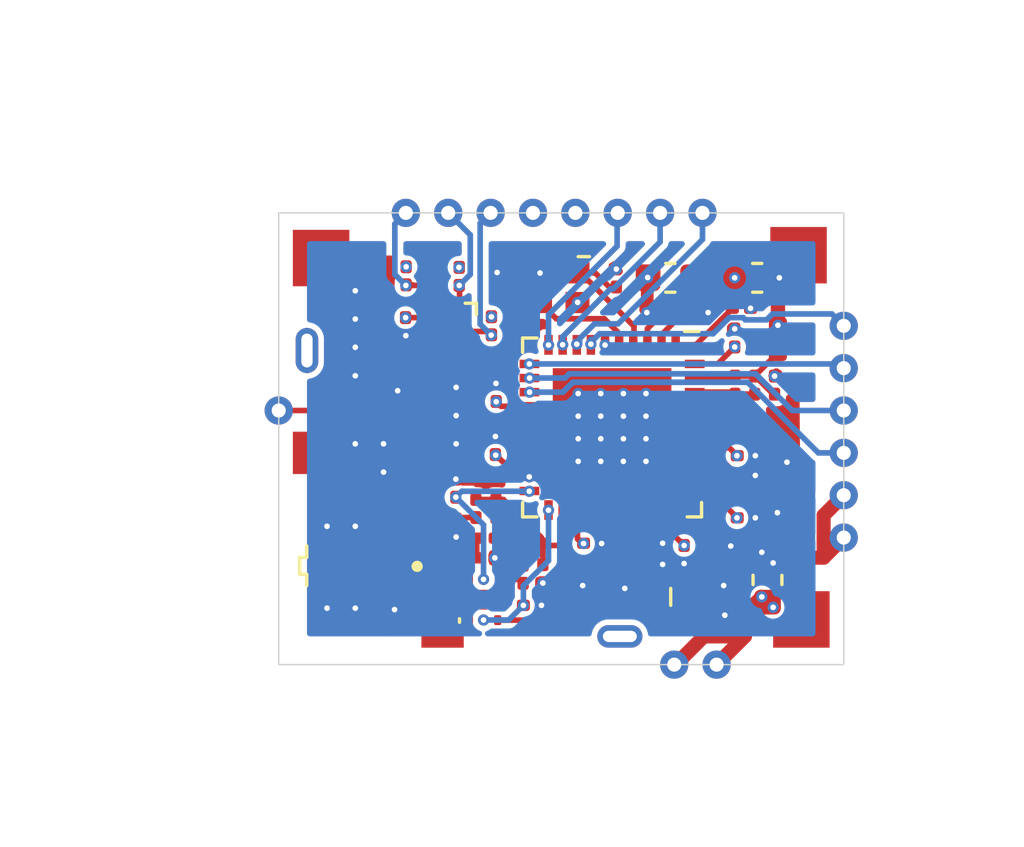
<source format=kicad_pcb>
(kicad_pcb (version 20171130) (host pcbnew "(5.1.6-0-10_14)")
  (layers (0 F.Cu signal) (1 In1.Cu signal hide) (2 In2.Cu signal hide) (31 B.Cu signal hide) (34 B.Paste user) (35 F.Paste user) (36 B.SilkS user) (37 F.SilkS user) (38 B.Mask user) (39 F.Mask user) (44 Edge.Cuts user))
  (net 0 "")
  (net 1 GND)
  (net 2 "Net-(C12-Pad1)")
  (net 3 /VDDCP)
  (net 4 +3V3)
  (net 5 "Net-(C23-Pad2)")
  (net 6 "Net-(C26-Pad1)")
  (net 7 "Net-(C33-Pad1)")
  (net 8 "Net-(C34-Pad2)")
  (net 9 "Net-(J1-Pad1)")
  (net 10 "Net-(U1-Pad35)")
  (net 11 "Net-(U1-Pad31)")
  (net 12 "Net-(U1-Pad26)")
  (net 13 "Net-(U1-Pad25)")
  (net 14 "Net-(U1-Pad24)")
  (net 15 "Net-(U1-Pad22)")
  (net 16 "Net-(U1-Pad17)")
  (net 17 "Net-(U1-Pad16)")
  (net 18 "Net-(U1-Pad15)")
  (net 19 /XT-)
  (net 20 /XT+)
  (net 21 "Net-(C17-Pad2)")
  (net 22 "Net-(C19-Pad2)")
  (net 23 "Net-(C20-Pad2)")
  (net 24 "Net-(C23-Pad1)")
  (net 25 "Net-(C28-Pad1)")
  (net 26 "Net-(C34-Pad1)")
  (net 27 "Net-(C35-Pad2)")
  (net 28 "Net-(C36-Pad2)")
  (net 29 "Net-(C37-Pad1)")
  (net 30 "Net-(C39-Pad1)")
  (net 31 "Net-(C40-Pad1)")
  (net 32 "Net-(C41-Pad1)")
  (net 33 "Net-(C42-Pad2)")
  (net 34 "Net-(C42-Pad1)")
  (net 35 "Net-(C43-Pad1)")
  (net 36 "Net-(C44-Pad2)")
  (net 37 "Net-(C45-Pad1)")
  (net 38 "Net-(C46-Pad2)")
  (net 39 "Net-(C47-Pad2)")
  (net 40 "Net-(C47-Pad1)")
  (net 41 "Net-(C48-Pad2)")
  (net 42 "Net-(C48-Pad1)")
  (net 43 /SDI)
  (net 44 /SCEN)
  (net 45 /SCLK)
  (net 46 /SINTN)
  (net 47 /SDO)
  (net 48 /REGPDIN)
  (net 49 /RESETN)
  (net 50 +3.3VA)
  (net 51 "Net-(L10-Pad1)")
  (net 52 /WP)
  (net 53 /SCL)
  (net 54 /SDA)
  (module lazurite_footprint:RF920A_SHIELD (layer F.Cu) (at 160 100)
    (fp_text reference REF** hide)
    (fp_text value RF920A_SHIELD)
    (pad "" np_thru_hole oval (at 2.075 7 270) (size 0.8 1.6) (drill oval 0.4 1.2) (layers *.Cu *.Mask))
    (pad 1 smd rect (at -9.2 0.5 90) (size 1.5 0.6) (layers F.Cu F.Paste F.Mask))
    (pad 1 smd rect (at -4.2 7.1 180) (size 1.5 0.6) (layers F.Cu F.Paste F.Mask))
    (pad 1 smd custom (at 9 7 180) (size 1 0.4) (layers F.Cu F.Paste F.Mask) (options (clearance outline) (anchor rect)) (primitives (gr_poly (pts (xy -0.5 -0.4) (xy 1.5 -0.4) (xy 1.5 0.2) (xy 0.1 0.2) (xy 0.1 1.6) (xy -0.5 1.6)) (width 0))))
    (pad 1 smd custom (at 9 -7 270) (size 1 0.4) (layers F.Cu F.Paste F.Mask) (options (clearance outline) (anchor rect)) (primitives (gr_poly (pts (xy -0.5 -0.4) (xy 1.5 -0.4) (xy 1.5 0.2) (xy 0.1 0.2) (xy 0.1 1.6) (xy -0.5 1.6)) (width 0))))
    (pad "" np_thru_hole oval (at -9 -3.125) (size 0.8 1.6) (drill oval 0.4 1.2) (layers *.Cu *.Mask))
    (pad 1 smd custom (at -9 -7) (size 1 0.4) (layers F.Cu F.Paste F.Mask) (options (clearance outline) (anchor rect)) (primitives (gr_poly (pts (xy -0.5 -0.4) (xy 1.5 -0.4) (xy 1.5 0.2) (xy 0.1 0.2) (xy 0.1 1.6) (xy -0.5 1.6)) (width 0))))
  )
  (module Package_DFN_QFN:WQFN-40-1EP_6x6mm_P0.5mm_EP4.2x4.2mm (layer F.Cu) (at 161.8 99.6 270)
    (fp_text reference U1)
    (fp_text value ML7396D)
    (pad 40 smd rect (at -2.25 -2.925 270) (size 0.3 0.7) (layers F.Cu F.Paste F.Mask) (net 50 +3.3VA))
    (pad 39 smd rect (at -1.725 -2.925 270) (size 0.3 0.7) (layers F.Cu F.Paste F.Mask) (net 22 "Net-(C19-Pad2)"))
    (pad 30 smd rect (at 2.925 -2.25) (size 0.3 0.7) (layers F.Cu F.Paste F.Mask) (net 26 "Net-(C34-Pad1)"))
    (pad 29 smd rect (at 2.925 -1.75) (size 0.3 0.7) (layers F.Cu F.Paste F.Mask) (net 50 +3.3VA))
    (pad 20 smd rect (at 2.25 2.925 270) (size 0.3 0.7) (layers F.Cu F.Paste F.Mask) (net 38 "Net-(C46-Pad2)"))
    (pad 19 smd rect (at 1.75 2.925 270) (size 0.3 0.7) (layers F.Cu F.Paste F.Mask) (net 1 GND))
    (pad 10 smd rect (at -2.925 2.25) (size 0.3 0.7) (layers F.Cu F.Paste F.Mask) (net 46 /SINTN))
    (pad 9 smd rect (at -2.925 1.75) (size 0.3 0.7) (layers F.Cu F.Paste F.Mask) (net 47 /SDO))
    (pad 38 smd rect (at -1.25 -2.925 270) (size 0.3 0.7) (layers F.Cu F.Paste F.Mask) (net 23 "Net-(C20-Pad2)"))
    (pad 37 smd rect (at -0.75 -2.925 270) (size 0.3 0.7) (layers F.Cu F.Paste F.Mask) (net 5 "Net-(C23-Pad2)"))
    (pad 36 smd rect (at -0.25 -2.925 270) (size 0.3 0.7) (layers F.Cu F.Paste F.Mask) (net 24 "Net-(C23-Pad1)"))
    (pad 35 smd rect (at 0.25 -2.925 270) (size 0.3 0.7) (layers F.Cu F.Paste F.Mask) (net 10 "Net-(U1-Pad35)"))
    (pad 34 smd rect (at 0.75 -2.925 270) (size 0.3 0.7) (layers F.Cu F.Paste F.Mask) (net 3 /VDDCP))
    (pad 33 smd rect (at 1.25 -2.925 270) (size 0.3 0.7) (layers F.Cu F.Paste F.Mask) (net 6 "Net-(C26-Pad1)"))
    (pad 32 smd rect (at 1.75 -2.925 270) (size 0.3 0.7) (layers F.Cu F.Paste F.Mask) (net 3 /VDDCP))
    (pad 31 smd rect (at 2.25 -2.925 270) (size 0.3 0.7) (layers F.Cu F.Paste F.Mask) (net 11 "Net-(U1-Pad31)"))
    (pad 28 smd rect (at 2.925 -1.25) (size 0.3 0.7) (layers F.Cu F.Paste F.Mask) (net 29 "Net-(C37-Pad1)"))
    (pad 27 smd rect (at 2.925 -0.75) (size 0.3 0.7) (layers F.Cu F.Paste F.Mask) (net 7 "Net-(C33-Pad1)"))
    (pad 26 smd rect (at 2.925 -0.25) (size 0.3 0.7) (layers F.Cu F.Paste F.Mask) (net 12 "Net-(U1-Pad26)"))
    (pad 25 smd rect (at 2.925 0.25) (size 0.3 0.7) (layers F.Cu F.Paste F.Mask) (net 13 "Net-(U1-Pad25)"))
    (pad 24 smd rect (at 2.925 0.75) (size 0.3 0.7) (layers F.Cu F.Paste F.Mask) (net 14 "Net-(U1-Pad24)"))
    (pad 23 smd rect (at 2.925 1.25) (size 0.3 0.7) (layers F.Cu F.Paste F.Mask) (net 3 /VDDCP))
    (pad 22 smd rect (at 2.925 1.75) (size 0.3 0.7) (layers F.Cu F.Paste F.Mask) (net 15 "Net-(U1-Pad22)"))
    (pad 21 smd rect (at 2.925 2.25) (size 0.3 0.7) (layers F.Cu F.Paste F.Mask) (net 37 "Net-(C45-Pad1)"))
    (pad 18 smd rect (at 1.25 2.925 270) (size 0.3 0.7) (layers F.Cu F.Paste F.Mask) (net 4 +3V3))
    (pad 17 smd rect (at 0.75 2.925 270) (size 0.3 0.7) (layers F.Cu F.Paste F.Mask) (net 16 "Net-(U1-Pad17)"))
    (pad 16 smd rect (at 0.25 2.925 270) (size 0.3 0.7) (layers F.Cu F.Paste F.Mask) (net 17 "Net-(U1-Pad16)"))
    (pad 15 smd rect (at -0.25 2.925 270) (size 0.3 0.7) (layers F.Cu F.Paste F.Mask) (net 18 "Net-(U1-Pad15)"))
    (pad 14 smd rect (at -0.75 2.925 270) (size 0.3 0.7) (layers F.Cu F.Paste F.Mask) (net 4 +3V3))
    (pad 13 smd rect (at -1.25 2.925 270) (size 0.3 0.7) (layers F.Cu F.Paste F.Mask) (net 43 /SDI))
    (pad 12 smd rect (at -1.75 2.925 270) (size 0.3 0.7) (layers F.Cu F.Paste F.Mask) (net 44 /SCEN))
    (pad 11 smd rect (at -2.25 2.925 270) (size 0.3 0.7) (layers F.Cu F.Paste F.Mask) (net 45 /SCLK))
    (pad 8 smd rect (at -2.925 1.25) (size 0.3 0.7) (layers F.Cu F.Paste F.Mask) (net 48 /REGPDIN))
    (pad 7 smd rect (at -2.925 0.75) (size 0.3 0.7) (layers F.Cu F.Paste F.Mask) (net 49 /RESETN))
    (pad 6 smd rect (at -2.925 0.25) (size 0.3 0.7) (layers F.Cu F.Paste F.Mask) (net 1 GND))
    (pad 5 smd rect (at -2.925 -0.25) (size 0.3 0.7) (layers F.Cu F.Paste F.Mask) (net 19 /XT-))
    (pad 4 smd rect (at -2.925 -0.75) (size 0.3 0.7) (layers F.Cu F.Paste F.Mask) (net 20 /XT+))
    (pad 3 smd rect (at -2.925 -1.25) (size 0.3 0.7) (layers F.Cu F.Paste F.Mask) (net 2 "Net-(C12-Pad1)"))
    (pad 2 smd rect (at -2.925 -1.75) (size 0.3 0.7) (layers F.Cu F.Paste F.Mask) (net 3 /VDDCP))
    (pad 1 smd rect (at -2.925 -2.25) (size 0.3 0.7) (layers F.Cu F.Paste F.Mask) (net 21 "Net-(C17-Pad2)"))
    (pad 41 smd rect (at 0 0 270) (size 4.2 4.2) (layers F.Cu F.Mask) (net 1 GND))
  )
  (module Inductor_SMD:L_0201_0603Metric (layer F.Cu) (at 154.53 99)
    (fp_text reference L10)
    (fp_text value 0.039u)
    (pad 2 smd roundrect (at 0.32 0) (size 0.46 0.4) (layers F.Cu F.Mask) (net 39 "Net-(C47-Pad2)"))
    (pad 1 smd roundrect (at -0.32 0) (size 0.46 0.4) (layers F.Cu F.Mask) (net 51 "Net-(L10-Pad1)"))
  )
  (module lazurite_footprint:IPEX_20279-001E-03 (layer F.Cu) (at 152.29 104.5)
    (fp_text reference U2)
    (fp_text value MHF1)
    (pad 3 smd rect (at 0 1.475) (size 2.2 1.05) (layers F.Cu F.Paste F.Mask) (net 1 GND))
    (pad 1 smd rect (at 1.525 0) (size 1.05 1) (layers F.Cu F.Paste F.Mask) (net 42 "Net-(C48-Pad1)"))
    (pad 2 smd rect (at 0 -1.475) (size 2.2 1.05) (layers F.Cu F.Paste F.Mask) (net 1 GND))
  )
  (module RF:NX2016SA (layer F.Cu) (at 159.9 94.65 180)
    (fp_text reference U5)
    (fp_text value NX2016S)
    (pad 4 smd rect (at -0.675 -0.525 180) (size 0.85 0.75) (layers F.Cu F.Paste F.Mask) (net 1 GND))
    (pad 3 smd rect (at 0.65 -0.525 180) (size 0.85 0.75) (layers F.Cu F.Paste F.Mask) (net 19 /XT-))
    (pad 2 smd rect (at 0.65 0.525 180) (size 0.85 0.75) (layers F.Cu F.Paste F.Mask) (net 1 GND))
    (pad 1 smd rect (at -0.675 0.525 180) (size 0.85 0.75) (layers F.Cu F.Paste F.Mask) (net 20 /XT+))
  )
  (module Capacitor_SMD:C_0603_1608Metric (layer F.Cu) (at 167.3 105 270)
    (fp_text reference C1)
    (fp_text value 10uF)
    (pad 2 smd roundrect (at 0.7875 0 270) (size 0.875 0.95) (layers F.Cu F.Paste F.Mask) (net 50 +3.3VA))
    (pad 1 smd roundrect (at -0.7875 0 270) (size 0.875 0.95) (layers F.Cu F.Paste F.Mask) (net 1 GND))
  )
  (module Capacitor_SMD:C_0402_1005Metric (layer F.Cu) (at 167.67 96.47 270)
    (fp_text reference C19)
    (fp_text value 1u)
    (pad 2 smd roundrect (at 0.485 0 270) (size 0.59 0.64) (layers F.Cu F.Paste F.Mask) (net 22 "Net-(C19-Pad2)"))
    (pad 1 smd roundrect (at -0.485 0 270) (size 0.59 0.64) (layers F.Cu F.Paste F.Mask) (net 1 GND))
  )
  (module Capacitor_SMD:C_0603_1608Metric (layer F.Cu) (at 163.8625 94.3)
    (fp_text reference C13)
    (fp_text value 10u)
    (pad 2 smd roundrect (at 0.7875 0) (size 0.875 0.95) (layers F.Cu F.Paste F.Mask) (net 2 "Net-(C12-Pad1)"))
    (pad 1 smd roundrect (at -0.7875 0) (size 0.875 0.95) (layers F.Cu F.Paste F.Mask) (net 1 GND))
  )
  (module Capacitor_SMD:C_0603_1608Metric (layer F.Cu) (at 166.9375 94.3 180)
    (fp_text reference C11)
    (fp_text value 10u)
    (pad 2 smd roundrect (at 0.7875 0 180) (size 0.875 0.95) (layers F.Cu F.Paste F.Mask) (net 3 /VDDCP))
    (pad 1 smd roundrect (at -0.7875 0 180) (size 0.875 0.95) (layers F.Cu F.Paste F.Mask) (net 1 GND))
  )
  (module Capacitor_SMD:C_0201_0603Metric (layer F.Cu) (at 157.725 94.425 90)
    (fp_text reference C16)
    (fp_text value NC)
    (pad 2 smd roundrect (at 0.32 0 90) (size 0.46 0.4) (layers F.Cu F.Mask) (net 1 GND))
    (pad 1 smd roundrect (at -0.32 0 90) (size 0.46 0.4) (layers F.Cu F.Mask) (net 19 /XT-))
  )
  (module Capacitor_SMD:C_0201_0603Metric (layer F.Cu) (at 161.07 105.9 180)
    (fp_text reference C42)
    (fp_text value 0.01u)
    (pad 2 smd roundrect (at 0.32 0 180) (size 0.46 0.4) (layers F.Cu F.Mask) (net 33 "Net-(C42-Pad2)"))
    (pad 1 smd roundrect (at -0.32 0 180) (size 0.46 0.4) (layers F.Cu F.Mask) (net 34 "Net-(C42-Pad1)"))
  )
  (module Package_CSP:UCSP30L1 (layer F.Cu) (at 156 96 180)
    (fp_text reference U6)
    (fp_text value BRCB032GWZ-3)
    (pad A3 smd circle (at 0.4 0.2 180) (size 0.25 0.25) (layers F.Cu F.Paste F.Mask) (net 4 +3V3))
    (pad B3 smd circle (at 0.4 -0.2 180) (size 0.25 0.25) (layers F.Cu F.Paste F.Mask) (net 1 GND))
    (pad A2 smd circle (at 0 0.2 180) (size 0.25 0.25) (layers F.Cu F.Paste F.Mask) (net 52 /WP))
    (pad B2 smd circle (at 0 -0.2 180) (size 0.25 0.25) (layers F.Cu F.Paste F.Mask) (net 1 GND))
    (pad B1 smd circle (at -0.4 -0.2 180) (size 0.25 0.25) (layers F.Cu F.Paste F.Mask) (net 54 /SDA))
    (pad A1 smd circle (at -0.4 0.2 180) (size 0.25 0.25) (layers F.Cu F.Paste F.Mask) (net 53 /SCL))
  )
  (module RF:WFD79C0925FG (layer F.Cu) (at 162.875 105.6 180)
    (fp_text reference U4)
    (fp_text value WFD79C0925FG)
    (pad 5 smd rect (at 0 -0.3375 270) (size 0.425 0.25) (layers F.Cu F.Paste F.Mask) (net 1 GND))
    (pad 2 smd rect (at 0 0.3375 270) (size 0.425 0.25) (layers F.Cu F.Paste F.Mask) (net 1 GND))
    (pad 4 smd rect (at 0.6375 -0.2875 180) (size 0.425 0.325) (layers F.Cu F.Paste F.Mask) (net 34 "Net-(C42-Pad1)"))
    (pad 3 smd rect (at 0.6375 0.2875 180) (size 0.425 0.325) (layers F.Cu F.Paste F.Mask) (net 1 GND))
    (pad 1 smd rect (at -0.5875 0 180) (size 0.425 0.325) (layers F.Cu F.Paste F.Mask) (net 28 "Net-(C36-Pad2)"))
  )
  (module RF:SKY13438_374LF (layer F.Cu) (at 157.25 105.7 90)
    (fp_text reference U3)
    (fp_text value SKY13438-374LF)
    (pad 7 smd roundrect (at 0 0 90) (size 0.7 1.3) (layers F.Cu F.Paste F.Mask) (roundrect_rratio 0.07099999999999999))
    (pad 6 smd roundrect (at 0.725 -0.5 90) (size 0.35 0.25) (layers F.Cu F.Paste F.Mask) (roundrect_rratio 0.2) (net 40 "Net-(C47-Pad1)"))
    (pad 5 smd roundrect (at 0.725 0 90) (size 0.35 0.25) (layers F.Cu F.Paste F.Mask) (roundrect_rratio 0.2) (net 38 "Net-(C46-Pad2)"))
    (pad 4 smd roundrect (at 0.725 0.525 90) (size 0.35 0.25) (layers F.Cu F.Paste F.Mask) (roundrect_rratio 0.2) (net 36 "Net-(C44-Pad2)"))
    (pad 3 smd roundrect (at -0.725 0.5 90) (size 0.35 0.25) (layers F.Cu F.Paste F.Mask) (roundrect_rratio 0.2) (net 33 "Net-(C42-Pad2)"))
    (pad 2 smd roundrect (at -0.725 0 90) (size 0.35 0.25) (layers F.Cu F.Paste F.Mask) (roundrect_rratio 0.2) (net 37 "Net-(C45-Pad1)"))
    (pad 1 smd roundrect (at -0.725 -0.5 90) (size 0.35 0.25) (layers F.Cu F.Paste F.Mask) (roundrect_rratio 0.2) (net 41 "Net-(C48-Pad2)"))
  )
  (module Resistor_SMD:R_0201_0603Metric (layer F.Cu) (at 157.53 96 270)
    (fp_text reference R5)
    (fp_text value 10k)
    (pad 2 smd roundrect (at 0.32 0 270) (size 0.46 0.4) (layers F.Cu F.Mask) (net 54 /SDA))
    (pad 1 smd roundrect (at -0.32 0 270) (size 0.46 0.4) (layers F.Cu F.Mask) (net 4 +3V3))
  )
  (module Resistor_SMD:R_0201_0603Metric (layer F.Cu) (at 156.39 94.25 270)
    (fp_text reference R6)
    (fp_text value 10k)
    (pad 2 smd roundrect (at 0.32 0 270) (size 0.46 0.4) (layers F.Cu F.Mask) (net 53 /SCL))
    (pad 1 smd roundrect (at -0.32 0 270) (size 0.46 0.4) (layers F.Cu F.Mask) (net 4 +3V3))
  )
  (module Resistor_SMD:R_0201_0603Metric (layer F.Cu) (at 154.51 94.23 90)
    (fp_text reference R7)
    (fp_text value 10k)
    (pad 2 smd roundrect (at 0.32 0 90) (size 0.46 0.4) (layers F.Cu F.Mask) (net 4 +3V3))
    (pad 1 smd roundrect (at -0.32 0 90) (size 0.46 0.4) (layers F.Cu F.Mask) (net 52 /WP))
  )
  (module Resistor_SMD:R_0201_0603Metric (layer F.Cu) (at 167.55 98.1 90)
    (fp_text reference R8)
    (fp_text value 51)
    (pad 2 smd roundrect (at 0.32 0 90) (size 0.46 0.4) (layers F.Cu F.Mask) (net 1 GND))
    (pad 1 smd roundrect (at -0.32 0 90) (size 0.46 0.4) (layers F.Cu F.Mask) (net 22 "Net-(C19-Pad2)"))
  )
  (module Resistor_SMD:R_0201_0603Metric (layer F.Cu) (at 166.54 102.012)
    (fp_text reference R9)
    (fp_text value 8.2k)
    (pad 2 smd roundrect (at 0.32 0) (size 0.46 0.4) (layers F.Cu F.Mask) (net 25 "Net-(C28-Pad1)"))
    (pad 1 smd roundrect (at -0.32 0) (size 0.46 0.4) (layers F.Cu F.Mask) (net 6 "Net-(C26-Pad1)"))
  )
  (module Inductor_SMD:L_0201_0603Metric (layer F.Cu) (at 166.15 99.5 90)
    (fp_text reference L1)
    (fp_text value 4.3n)
    (pad 2 smd roundrect (at 0.32 0 90) (size 0.46 0.4) (layers F.Cu F.Mask) (net 5 "Net-(C23-Pad2)"))
    (pad 1 smd roundrect (at -0.32 0 90) (size 0.46 0.4) (layers F.Cu F.Mask) (net 24 "Net-(C23-Pad1)"))
  )
  (module Inductor_SMD:L_0201_0603Metric (layer F.Cu) (at 162.175 104.08 270)
    (fp_text reference L2)
    (fp_text value 10n)
    (pad 2 smd roundrect (at 0.32 0 270) (size 0.46 0.4) (layers F.Cu F.Mask) (net 29 "Net-(C37-Pad1)"))
    (pad 1 smd roundrect (at -0.32 0 270) (size 0.46 0.4) (layers F.Cu F.Mask) (net 7 "Net-(C33-Pad1)"))
  )
  (module Inductor_SMD:L_0201_0603Metric (layer F.Cu) (at 165.42 105.2)
    (fp_text reference L3)
    (fp_text value 13n)
    (pad 2 smd roundrect (at 0.32 0) (size 0.46 0.4) (layers F.Cu F.Mask) (net 1 GND))
    (pad 1 smd roundrect (at -0.32 0) (size 0.46 0.4) (layers F.Cu F.Mask) (net 8 "Net-(C34-Pad2)"))
  )
  (module Inductor_SMD:L_0201_0603Metric (layer F.Cu) (at 160.05 104.1 270)
    (fp_text reference L5)
    (fp_text value 15n)
    (pad 2 smd roundrect (at 0.32 0 270) (size 0.46 0.4) (layers F.Cu F.Mask) (net 27 "Net-(C35-Pad2)"))
    (pad 1 smd roundrect (at -0.32 0 270) (size 0.46 0.4) (layers F.Cu F.Mask) (net 30 "Net-(C39-Pad1)"))
  )
  (module Inductor_SMD:L_0201_0603Metric (layer F.Cu) (at 165.475 106.246)
    (fp_text reference L4)
    (fp_text value NC)
    (pad 2 smd roundrect (at 0.32 0) (size 0.46 0.4) (layers F.Cu F.Mask) (net 1 GND))
    (pad 1 smd roundrect (at -0.32 0) (size 0.46 0.4) (layers F.Cu F.Mask) (net 28 "Net-(C36-Pad2)"))
  )
  (module Inductor_SMD:L_0201_0603Metric (layer F.Cu) (at 156.98 102.47 270)
    (fp_text reference L6)
    (fp_text value 6.2n)
    (pad 2 smd roundrect (at 0.32 0 270) (size 0.46 0.4) (layers F.Cu F.Mask) (net 31 "Net-(C40-Pad1)"))
    (pad 1 smd roundrect (at -0.32 0 270) (size 0.46 0.4) (layers F.Cu F.Mask) (net 30 "Net-(C39-Pad1)"))
  )
  (module Inductor_SMD:L_0201_0603Metric (layer F.Cu) (at 157.69 102.47 90)
    (fp_text reference L7)
    (fp_text value 6.2n)
    (pad 2 smd roundrect (at 0.32 0 90) (size 0.46 0.4) (layers F.Cu F.Mask) (net 30 "Net-(C39-Pad1)"))
    (pad 1 smd roundrect (at -0.32 0 90) (size 0.46 0.4) (layers F.Cu F.Mask) (net 32 "Net-(C41-Pad1)"))
  )
  (module Inductor_SMD:L_0201_0603Metric (layer F.Cu) (at 157.34 103.52 180)
    (fp_text reference L8)
    (fp_text value NC)
    (pad 2 smd roundrect (at 0.32 0 180) (size 0.46 0.4) (layers F.Cu F.Mask) (net 35 "Net-(C43-Pad1)"))
    (pad 1 smd roundrect (at -0.32 0 180) (size 0.46 0.4) (layers F.Cu F.Mask) (net 32 "Net-(C41-Pad1)"))
  )
  (module Inductor_SMD:L_0201_0603Metric (layer F.Cu) (at 153.13 99)
    (fp_text reference L9)
    (fp_text value 2.2n)
    (pad 2 smd roundrect (at 0.32 0) (size 0.46 0.4) (layers F.Cu F.Mask) (net 51 "Net-(L10-Pad1)"))
    (pad 1 smd roundrect (at -0.32 0) (size 0.46 0.4) (layers F.Cu F.Mask) (net 9 "Net-(J1-Pad1)"))
  )
  (module Inductor_SMD:L_0201_0603Metric (layer F.Cu) (at 154.53 98.3)
    (fp_text reference L11)
    (fp_text value 6.8n)
    (pad 2 smd roundrect (at 0.32 0) (size 0.46 0.4) (layers F.Cu F.Mask) (net 39 "Net-(C47-Pad2)"))
    (pad 1 smd roundrect (at -0.32 0) (size 0.46 0.4) (layers F.Cu F.Mask) (net 1 GND))
  )
  (module lazurite_footprint:LGAPAD (layer F.Cu) (at 157.5 92 180)
    (fp_text reference J19 hide)
    (fp_text value Conn_01x01)
    (pad 1 thru_hole circle (at 0 0 180) (size 1 1) (drill 0.5) (layers *.Cu *.Mask) (net 54 /SDA))
  )
  (module lazurite_footprint:LGAPAD (layer F.Cu) (at 170 103.5 90)
    (fp_text reference J17 hide)
    (fp_text value Conn_01x01)
    (pad 1 thru_hole circle (at 0 0 90) (size 1 1) (drill 0.5) (layers *.Cu *.Mask) (net 1 GND))
  )
  (module lazurite_footprint:LGAPAD (layer F.Cu) (at 170 102 180)
    (fp_text reference J16 hide)
    (fp_text value Conn_01x01)
    (pad 1 thru_hole circle (at 0 0 180) (size 1 1) (drill 0.5) (layers *.Cu *.Mask) (net 1 GND))
  )
  (module lazurite_footprint:LGAPAD (layer F.Cu) (at 165.5 108 90)
    (fp_text reference J14 hide)
    (fp_text value Conn_01x01)
    (pad 1 thru_hole circle (at 0 0 90) (size 1 1) (drill 0.5) (layers *.Cu *.Mask) (net 50 +3.3VA))
  )
  (module lazurite_footprint:LGAPAD (layer F.Cu) (at 164 108 90)
    (fp_text reference J13 hide)
    (fp_text value Conn_01x01)
    (pad 1 thru_hole circle (at 0 0 90) (size 1 1) (drill 0.5) (layers *.Cu *.Mask) (net 50 +3.3VA))
  )
  (module lazurite_footprint:LGAPAD (layer F.Cu) (at 156 92 180)
    (fp_text reference J12 hide)
    (fp_text value Conn_01x01)
    (pad 1 thru_hole circle (at 0 0 180) (size 1 1) (drill 0.5) (layers *.Cu *.Mask) (net 53 /SCL))
  )
  (module lazurite_footprint:LGAPAD (layer F.Cu) (at 154.5 92 90)
    (fp_text reference J11 hide)
    (fp_text value Conn_01x01)
    (pad 1 thru_hole circle (at 0 0 90) (size 1 1) (drill 0.5) (layers *.Cu *.Mask) (net 52 /WP))
  )
  (module lazurite_footprint:LGAPAD (layer F.Cu) (at 170 96 90)
    (fp_text reference J10 hide)
    (fp_text value Conn_01x01)
    (pad 1 thru_hole circle (at 0 0 90) (size 1 1) (drill 0.5) (layers *.Cu *.Mask) (net 49 /RESETN))
  )
  (module lazurite_footprint:LGAPAD (layer F.Cu) (at 165 92 90)
    (fp_text reference J9 hide)
    (fp_text value Conn_01x01)
    (pad 1 thru_hole circle (at 0 0 90) (size 1 1) (drill 0.5) (layers *.Cu *.Mask) (net 48 /REGPDIN))
  )
  (module lazurite_footprint:LGAPAD (layer F.Cu) (at 163.5 92 90)
    (fp_text reference J8 hide)
    (fp_text value Conn_01x01)
    (pad 1 thru_hole circle (at 0 0 90) (size 1 1) (drill 0.5) (layers *.Cu *.Mask) (net 47 /SDO))
  )
  (module lazurite_footprint:LGAPAD (layer F.Cu) (at 162 92 90)
    (fp_text reference J7 hide)
    (fp_text value Conn_01x01)
    (pad 1 thru_hole circle (at 0 0 90) (size 1 1) (drill 0.5) (layers *.Cu *.Mask) (net 46 /SINTN))
  )
  (module lazurite_footprint:LGAPAD (layer F.Cu) (at 170 97.5 180)
    (fp_text reference J6 hide)
    (fp_text value Conn_01x01)
    (pad 1 thru_hole circle (at 0 0 180) (size 1 1) (drill 0.5) (layers *.Cu *.Mask) (net 45 /SCLK))
  )
  (module lazurite_footprint:LGAPAD (layer F.Cu) (at 170 99 180)
    (fp_text reference J5 hide)
    (fp_text value Conn_01x01)
    (pad 1 thru_hole circle (at 0 0 180) (size 1 1) (drill 0.5) (layers *.Cu *.Mask) (net 44 /SCEN))
  )
  (module lazurite_footprint:LGAPAD (layer F.Cu) (at 170 100.5 180)
    (fp_text reference J4 hide)
    (fp_text value Conn_01x01)
    (pad 1 thru_hole circle (at 0 0 180) (size 1 1) (drill 0.5) (layers *.Cu *.Mask) (net 43 /SDI))
  )
  (module lazurite_footprint:LGAPAD (layer F.Cu) (at 160.5 92 180)
    (fp_text reference J3 hide)
    (fp_text value Conn_01x01)
    (pad 1 thru_hole circle (at 0 0 180) (size 1 1) (drill 0.5) (layers *.Cu *.Mask) (net 4 +3V3))
  )
  (module lazurite_footprint:LGAPAD (layer F.Cu) (at 159 92 180)
    (fp_text reference J2 hide)
    (fp_text value Conn_01x01)
    (pad 1 thru_hole circle (at 0 0 180) (size 1 1) (drill 0.5) (layers *.Cu *.Mask) (net 4 +3V3))
  )
  (module lazurite_footprint:LGAPAD (layer F.Cu) (at 150 99 90)
    (fp_text reference J1 hide)
    (fp_text value Conn_01x01)
    (pad 1 thru_hole circle (at 0 0 90) (size 1 1) (drill 0.5) (layers *.Cu *.Mask) (net 9 "Net-(J1-Pad1)"))
  )
  (module Capacitor_SMD:C_0201_0603Metric (layer F.Cu) (at 154.49 96.03 270)
    (fp_text reference C5)
    (fp_text value 0.1u)
    (pad 2 smd roundrect (at 0.32 0 270) (size 0.46 0.4) (layers F.Cu F.Mask) (net 1 GND))
    (pad 1 smd roundrect (at -0.32 0 270) (size 0.46 0.4) (layers F.Cu F.Mask) (net 4 +3V3))
  )
  (module Capacitor_SMD:C_0201_0603Metric (layer F.Cu) (at 163.36 95.38 180)
    (fp_text reference C12)
    (fp_text value 1000p)
    (pad 2 smd roundrect (at 0.32 0 180) (size 0.46 0.4) (layers F.Cu F.Mask) (net 1 GND))
    (pad 1 smd roundrect (at -0.32 0 180) (size 0.46 0.4) (layers F.Cu F.Mask) (net 2 "Net-(C12-Pad1)"))
  )
  (module Capacitor_SMD:C_0201_0603Metric (layer F.Cu) (at 161.95 94.305 270)
    (fp_text reference C15)
    (fp_text value NC)
    (pad 2 smd roundrect (at 0.32 0 270) (size 0.46 0.4) (layers F.Cu F.Mask) (net 20 /XT+))
    (pad 1 smd roundrect (at -0.32 0 270) (size 0.46 0.4) (layers F.Cu F.Mask) (net 1 GND))
  )
  (module Capacitor_SMD:C_0201_0603Metric (layer F.Cu) (at 164.875 95.39)
    (fp_text reference C10)
    (fp_text value 1000p)
    (pad 2 smd roundrect (at 0.32 0) (size 0.46 0.4) (layers F.Cu F.Mask) (net 1 GND))
    (pad 1 smd roundrect (at -0.32 0) (size 0.46 0.4) (layers F.Cu F.Mask) (net 3 /VDDCP))
  )
  (module Capacitor_SMD:C_0201_0603Metric (layer F.Cu) (at 166.38 95.38 180)
    (fp_text reference C17)
    (fp_text value 0.1u)
    (pad 2 smd roundrect (at 0.32 0 180) (size 0.46 0.4) (layers F.Cu F.Mask) (net 21 "Net-(C17-Pad2)"))
    (pad 1 smd roundrect (at -0.32 0 180) (size 0.46 0.4) (layers F.Cu F.Mask) (net 1 GND))
  )
  (module Capacitor_SMD:C_0201_0603Metric (layer F.Cu) (at 166.14 96.43 90)
    (fp_text reference C18)
    (fp_text value 0.1u)
    (pad 2 smd roundrect (at 0.32 0 90) (size 0.46 0.4) (layers F.Cu F.Mask) (net 1 GND))
    (pad 1 smd roundrect (at -0.32 0 90) (size 0.46 0.4) (layers F.Cu F.Mask) (net 50 +3.3VA))
  )
  (module Capacitor_SMD:C_0201_0603Metric (layer F.Cu) (at 166.15 98.1 270)
    (fp_text reference C20)
    (fp_text value 100p)
    (pad 2 smd roundrect (at 0.32 0 270) (size 0.46 0.4) (layers F.Cu F.Mask) (net 23 "Net-(C20-Pad2)"))
    (pad 1 smd roundrect (at -0.32 0 270) (size 0.46 0.4) (layers F.Cu F.Mask) (net 22 "Net-(C19-Pad2)"))
  )
  (module Capacitor_SMD:C_0201_0603Metric (layer F.Cu) (at 166.85 98.1 90)
    (fp_text reference C21)
    (fp_text value 0.01u)
    (pad 2 smd roundrect (at 0.32 0 90) (size 0.46 0.4) (layers F.Cu F.Mask) (net 22 "Net-(C19-Pad2)"))
    (pad 1 smd roundrect (at -0.32 0 90) (size 0.46 0.4) (layers F.Cu F.Mask) (net 23 "Net-(C20-Pad2)"))
  )
  (module Capacitor_SMD:C_0201_0603Metric (layer F.Cu) (at 157.7 98.36 270)
    (fp_text reference C22)
    (fp_text value 0.1u)
    (pad 2 smd roundrect (at 0.32 0 270) (size 0.46 0.4) (layers F.Cu F.Mask) (net 4 +3V3))
    (pad 1 smd roundrect (at -0.32 0 270) (size 0.46 0.4) (layers F.Cu F.Mask) (net 1 GND))
  )
  (module Capacitor_SMD:C_0201_0603Metric (layer F.Cu) (at 166.85 99.5 90)
    (fp_text reference C23)
    (fp_text value 4.7p)
    (pad 2 smd roundrect (at 0.32 0 90) (size 0.46 0.4) (layers F.Cu F.Mask) (net 5 "Net-(C23-Pad2)"))
    (pad 1 smd roundrect (at -0.32 0 90) (size 0.46 0.4) (layers F.Cu F.Mask) (net 24 "Net-(C23-Pad1)"))
  )
  (module Capacitor_SMD:C_0201_0603Metric (layer F.Cu) (at 157.67 100.24 270)
    (fp_text reference C25)
    (fp_text value 0.1u)
    (pad 2 smd roundrect (at 0.32 0 270) (size 0.46 0.4) (layers F.Cu F.Mask) (net 4 +3V3))
    (pad 1 smd roundrect (at -0.32 0 270) (size 0.46 0.4) (layers F.Cu F.Mask) (net 1 GND))
  )
  (module Capacitor_SMD:C_0201_0603Metric (layer F.Cu) (at 166.55 100.6)
    (fp_text reference C24)
    (fp_text value 0.1u)
    (pad 2 smd roundrect (at 0.32 0) (size 0.46 0.4) (layers F.Cu F.Mask) (net 1 GND))
    (pad 1 smd roundrect (at -0.32 0) (size 0.46 0.4) (layers F.Cu F.Mask) (net 3 /VDDCP))
  )
  (module Capacitor_SMD:C_0201_0603Metric (layer F.Cu) (at 166.55 101.3)
    (fp_text reference C26)
    (fp_text value 47p)
    (pad 2 smd roundrect (at 0.32 0) (size 0.46 0.4) (layers F.Cu F.Mask) (net 1 GND))
    (pad 1 smd roundrect (at -0.32 0) (size 0.46 0.4) (layers F.Cu F.Mask) (net 6 "Net-(C26-Pad1)"))
  )
  (module Capacitor_SMD:C_0201_0603Metric (layer F.Cu) (at 167.65 102.3 270)
    (fp_text reference C28)
    (fp_text value 3.3n)
    (pad 2 smd roundrect (at 0.32 0 270) (size 0.46 0.4) (layers F.Cu F.Mask) (net 1 GND))
    (pad 1 smd roundrect (at -0.32 0 270) (size 0.46 0.4) (layers F.Cu F.Mask) (net 25 "Net-(C28-Pad1)"))
  )
  (module Capacitor_SMD:C_0201_0603Metric (layer F.Cu) (at 164.35 104.1 270)
    (fp_text reference C31)
    (fp_text value 0.1u)
    (pad 2 smd roundrect (at 0.32 0 270) (size 0.46 0.4) (layers F.Cu F.Mask) (net 1 GND))
    (pad 1 smd roundrect (at -0.32 0 270) (size 0.46 0.4) (layers F.Cu F.Mask) (net 50 +3.3VA))
  )
  (module Capacitor_SMD:C_0201_0603Metric (layer F.Cu) (at 166.55 102.8 180)
    (fp_text reference C29)
    (fp_text value 0.1u)
    (pad 2 smd roundrect (at 0.32 0 180) (size 0.46 0.4) (layers F.Cu F.Mask) (net 3 /VDDCP))
    (pad 1 smd roundrect (at -0.32 0 180) (size 0.46 0.4) (layers F.Cu F.Mask) (net 1 GND))
  )
  (module Capacitor_SMD:C_0201_0603Metric (layer F.Cu) (at 161.07 105.2 180)
    (fp_text reference C33)
    (fp_text value NC)
    (pad 2 smd roundrect (at 0.32 0 180) (size 0.46 0.4) (layers F.Cu F.Mask) (net 1 GND))
    (pad 1 smd roundrect (at -0.32 0 180) (size 0.46 0.4) (layers F.Cu F.Mask) (net 7 "Net-(C33-Pad1)"))
  )
  (module Capacitor_SMD:C_0201_0603Metric (layer F.Cu) (at 161.11 103.7 180)
    (fp_text reference C32)
    (fp_text value 0.1u)
    (pad 2 smd roundrect (at 0.32 0 180) (size 0.46 0.4) (layers F.Cu F.Mask) (net 3 /VDDCP))
    (pad 1 smd roundrect (at -0.32 0 180) (size 0.46 0.4) (layers F.Cu F.Mask) (net 1 GND))
  )
  (module Capacitor_SMD:C_0201_0603Metric (layer F.Cu) (at 163.27 103.7 180)
    (fp_text reference C38)
    (fp_text value 100p)
    (pad 2 smd roundrect (at 0.32 0 180) (size 0.46 0.4) (layers F.Cu F.Mask) (net 29 "Net-(C37-Pad1)"))
    (pad 1 smd roundrect (at -0.32 0 180) (size 0.46 0.4) (layers F.Cu F.Mask) (net 1 GND))
  )
  (module Capacitor_SMD:C_0201_0603Metric (layer F.Cu) (at 163.27 104.45)
    (fp_text reference C37)
    (fp_text value 1u)
    (pad 2 smd roundrect (at 0.32 0) (size 0.46 0.4) (layers F.Cu F.Mask) (net 1 GND))
    (pad 1 smd roundrect (at -0.32 0) (size 0.46 0.4) (layers F.Cu F.Mask) (net 29 "Net-(C37-Pad1)"))
  )
  (module Capacitor_SMD:C_0201_0603Metric (layer F.Cu) (at 161.105 104.4 180)
    (fp_text reference C35)
    (fp_text value 3.0p)
    (pad 2 smd roundrect (at 0.32 0 180) (size 0.46 0.4) (layers F.Cu F.Mask) (net 27 "Net-(C35-Pad2)"))
    (pad 1 smd roundrect (at -0.32 0 180) (size 0.46 0.4) (layers F.Cu F.Mask) (net 7 "Net-(C33-Pad1)"))
  )
  (module Capacitor_SMD:C_0201_0603Metric (layer F.Cu) (at 165.05 104.1 270)
    (fp_text reference C34)
    (fp_text value 100p)
    (pad 2 smd roundrect (at 0.32 0 270) (size 0.46 0.4) (layers F.Cu F.Mask) (net 8 "Net-(C34-Pad2)"))
    (pad 1 smd roundrect (at -0.32 0 270) (size 0.46 0.4) (layers F.Cu F.Mask) (net 26 "Net-(C34-Pad1)"))
  )
  (module Capacitor_SMD:C_0201_0603Metric (layer F.Cu) (at 164.316 105.52 270)
    (fp_text reference C36)
    (fp_text value 0.6p)
    (pad 2 smd roundrect (at 0.32 0 270) (size 0.46 0.4) (layers F.Cu F.Mask) (net 28 "Net-(C36-Pad2)"))
    (pad 1 smd roundrect (at -0.32 0 270) (size 0.46 0.4) (layers F.Cu F.Mask) (net 8 "Net-(C34-Pad2)"))
  )
  (module Capacitor_SMD:C_0201_0603Metric (layer F.Cu) (at 159.35 104.78 270)
    (fp_text reference C39)
    (fp_text value 2.4p)
    (pad 2 smd roundrect (at 0.32 0 270) (size 0.46 0.4) (layers F.Cu F.Mask) (net 1 GND))
    (pad 1 smd roundrect (at -0.32 0 270) (size 0.46 0.4) (layers F.Cu F.Mask) (net 30 "Net-(C39-Pad1)"))
  )
  (module Capacitor_SMD:C_0201_0603Metric (layer F.Cu) (at 156.28 103.16 270)
    (fp_text reference C40)
    (fp_text value 0.9p)
    (pad 2 smd roundrect (at 0.32 0 270) (size 0.46 0.4) (layers F.Cu F.Mask) (net 1 GND))
    (pad 1 smd roundrect (at -0.32 0 270) (size 0.46 0.4) (layers F.Cu F.Mask) (net 31 "Net-(C40-Pad1)"))
  )
  (module Capacitor_SMD:C_0201_0603Metric (layer F.Cu) (at 158.98 103.7)
    (fp_text reference C41)
    (fp_text value 0.5p)
    (pad 2 smd roundrect (at 0.32 0) (size 0.46 0.4) (layers F.Cu F.Mask) (net 30 "Net-(C39-Pad1)"))
    (pad 1 smd roundrect (at -0.32 0) (size 0.46 0.4) (layers F.Cu F.Mask) (net 32 "Net-(C41-Pad1)"))
  )
  (module Capacitor_SMD:C_0201_0603Metric (layer F.Cu) (at 157.33 104.22)
    (fp_text reference C43)
    (fp_text value NC)
    (pad 2 smd roundrect (at 0.32 0) (size 0.46 0.4) (layers F.Cu F.Mask) (net 1 GND))
    (pad 1 smd roundrect (at -0.32 0) (size 0.46 0.4) (layers F.Cu F.Mask) (net 35 "Net-(C43-Pad1)"))
  )
  (module Capacitor_SMD:C_0201_0603Metric (layer F.Cu) (at 158.65 104.8 270)
    (fp_text reference C44)
    (fp_text value 0.01u)
    (pad 2 smd roundrect (at 0.32 0 270) (size 0.46 0.4) (layers F.Cu F.Mask) (net 36 "Net-(C44-Pad2)"))
    (pad 1 smd roundrect (at -0.32 0 270) (size 0.46 0.4) (layers F.Cu F.Mask) (net 32 "Net-(C41-Pad1)"))
  )
  (module Capacitor_SMD:C_0201_0603Metric (layer F.Cu) (at 158.98 105.9)
    (fp_text reference C45)
    (fp_text value 1000p)
    (pad 2 smd roundrect (at 0.32 0) (size 0.46 0.4) (layers F.Cu F.Mask) (net 1 GND))
    (pad 1 smd roundrect (at -0.32 0) (size 0.46 0.4) (layers F.Cu F.Mask) (net 37 "Net-(C45-Pad1)"))
  )
  (module Capacitor_SMD:C_0201_0603Metric (layer F.Cu) (at 156.27 101.75 270)
    (fp_text reference C46)
    (fp_text value 1000p)
    (pad 2 smd roundrect (at 0.32 0 270) (size 0.46 0.4) (layers F.Cu F.Mask) (net 38 "Net-(C46-Pad2)"))
    (pad 1 smd roundrect (at -0.32 0 270) (size 0.46 0.4) (layers F.Cu F.Mask) (net 1 GND))
  )
  (module Capacitor_SMD:C_0201_0603Metric (layer F.Cu) (at 154.88 100.05 90)
    (fp_text reference C47)
    (fp_text value 47p)
    (pad 2 smd roundrect (at 0.32 0 90) (size 0.46 0.4) (layers F.Cu F.Mask) (net 39 "Net-(C47-Pad2)"))
    (pad 1 smd roundrect (at -0.32 0 90) (size 0.46 0.4) (layers F.Cu F.Mask) (net 40 "Net-(C47-Pad1)"))
  )
  (module Capacitor_SMD:C_0201_0603Metric (layer F.Cu) (at 155.94 105.22 270)
    (fp_text reference C48)
    (fp_text value 47p)
    (pad 2 smd roundrect (at 0.32 0 270) (size 0.46 0.4) (layers F.Cu F.Mask) (net 41 "Net-(C48-Pad2)"))
    (pad 1 smd roundrect (at -0.32 0 270) (size 0.46 0.4) (layers F.Cu F.Mask) (net 42 "Net-(C48-Pad1)"))
  )
  (gr_line (start 150 92) (end 150 108) (layer Edge.Cuts) (width 0.05))
  (gr_line (start 170 92) (end 150 92) (layer Edge.Cuts) (width 0.05))
  (gr_line (start 170 92) (end 170 108) (layer Edge.Cuts) (width 0.05))
  (gr_line (start 170 108) (end 150 108) (layer Edge.Cuts) (width 0.05))
  (via (at 152.71 106) (size 0.4) (drill 0.2) (layers F.Cu B.Cu) (net 1))
  (via (at 151.71 106) (size 0.4) (drill 0.2) (layers F.Cu B.Cu) (net 1))
  (via (at 152.71 103.1) (size 0.4) (drill 0.2) (layers F.Cu B.Cu) (net 1))
  (via (at 151.71 103.1) (size 0.4) (drill 0.2) (layers F.Cu B.Cu) (net 1))
  (via (at 153.71 101.18) (size 0.4) (drill 0.2) (layers F.Cu B.Cu) (net 1))
  (via (at 152.71 100.18) (size 0.4) (drill 0.2) (layers F.Cu B.Cu) (net 1))
  (via (at 153.71 100.18) (size 0.4) (drill 0.2) (layers F.Cu B.Cu) (net 1))
  (via (at 152.71 94.76) (size 0.4) (drill 0.2) (layers F.Cu B.Cu) (net 1))
  (via (at 152.71 97.77) (size 0.4) (drill 0.2) (layers F.Cu B.Cu) (net 1))
  (via (at 152.71 95.76) (size 0.4) (drill 0.2) (layers F.Cu B.Cu) (net 1))
  (via (at 166 103.8) (size 0.4) (drill 0.2) (layers F.Cu B.Cu) (net 1))
  (via (at 156.28 100.18) (size 0.4) (drill 0.2) (layers F.Cu B.Cu) (net 1))
  (via (at 156.28 99.18) (size 0.4) (drill 0.2) (layers F.Cu B.Cu) (net 1))
  (via (at 156.28 98.18) (size 0.4) (drill 0.2) (layers F.Cu B.Cu) (net 1))
  (via (at 152.71 96.76) (size 0.4) (drill 0.2) (layers F.Cu B.Cu) (net 1))
  (via (at 154.1 106.05) (size 0.4) (drill 0.2) (layers F.Cu B.Cu) (net 1))
  (via (at 167.99 100.83) (size 0.4) (drill 0.2) (layers F.Cu B.Cu) (net 1))
  (via (at 163 99.2) (size 0.4) (drill 0.2) (layers F.Cu B.Cu) (net 1))
  (via (at 162.2 99.2) (size 0.4) (drill 0.2) (layers F.Cu B.Cu) (net 1))
  (via (at 163 98.4) (size 0.4) (drill 0.2) (layers F.Cu B.Cu) (net 1))
  (via (at 162.2 98.4) (size 0.4) (drill 0.2) (layers F.Cu B.Cu) (net 1))
  (via (at 162.2 100) (size 0.4) (drill 0.2) (layers F.Cu B.Cu) (net 1))
  (via (at 163 100) (size 0.4) (drill 0.2) (layers F.Cu B.Cu) (net 1))
  (via (at 163 100.8) (size 0.4) (drill 0.2) (layers F.Cu B.Cu) (net 1))
  (via (at 162.2 100.8) (size 0.4) (drill 0.2) (layers F.Cu B.Cu) (net 1))
  (via (at 161.4 100.8) (size 0.4) (drill 0.2) (layers F.Cu B.Cu) (net 1))
  (via (at 160.6 100.8) (size 0.4) (drill 0.2) (layers F.Cu B.Cu) (net 1))
  (via (at 161.4 100) (size 0.4) (drill 0.2) (layers F.Cu B.Cu) (net 1))
  (via (at 160.6 100) (size 0.4) (drill 0.2) (layers F.Cu B.Cu) (net 1))
  (via (at 160.6 99.2) (size 0.4) (drill 0.2) (layers F.Cu B.Cu) (net 1))
  (via (at 161.4 98.4) (size 0.4) (drill 0.2) (layers F.Cu B.Cu) (net 1))
  (via (at 161.4 99.2) (size 0.4) (drill 0.2) (layers F.Cu B.Cu) (net 1))
  (via (at 160.6 98.4) (size 0.4) (drill 0.2) (layers F.Cu B.Cu) (net 1))
  (via (at 158.87 101.35) (size 0.4) (drill 0.2) (layers F.Cu B.Cu) (net 1))
  (via (at 154.21 98.3) (size 0.4) (drill 0.2) (layers F.Cu B.Cu) (net 1))
  (via (at 157.69 98.04) (size 0.4) (drill 0.2) (layers F.Cu B.Cu) (net 1))
  (via (at 157.67 99.92) (size 0.4) (drill 0.2) (layers F.Cu B.Cu) (net 1))
  (via (at 156.28 103.48) (size 0.4) (drill 0.2) (layers F.Cu B.Cu) (net 1))
  (via (at 161.55 96.68) (size 0.4) (drill 0.2) (layers F.Cu B.Cu) (net 1))
  (via (at 163.03 95.53) (size 0.4) (drill 0.2) (layers F.Cu B.Cu) (net 1))
  (via (at 163.06 94.29) (size 0.4) (drill 0.2) (layers F.Cu B.Cu) (net 1))
  (via (at 166.7 95.38) (size 0.4) (drill 0.2) (layers F.Cu B.Cu) (net 1))
  (via (at 167.72 94.3) (size 0.4) (drill 0.2) (layers F.Cu B.Cu) (net 1))
  (via (at 167.55 97.78) (size 0.4) (drill 0.2) (layers F.Cu B.Cu) (net 1))
  (via (at 165.2 95.53) (size 0.4) (drill 0.2) (layers F.Cu B.Cu) (net 1))
  (via (at 166.14 96.11) (size 0.4) (drill 0.2) (layers F.Cu B.Cu) (net 1))
  (via (at 167.67 95.98) (size 0.4) (drill 0.2) (layers F.Cu B.Cu) (net 1))
  (via (at 164.35 104.42) (size 0.4) (drill 0.2) (layers F.Cu B.Cu) (net 1))
  (via (at 162.25 105.3) (size 0.4) (drill 0.2) (layers F.Cu B.Cu) (net 1))
  (via (at 159.35 105.11) (size 0.4) (drill 0.2) (layers F.Cu B.Cu) (net 1))
  (via (at 163.59 104.45) (size 0.4) (drill 0.2) (layers F.Cu B.Cu) (net 1))
  (via (at 163.59 103.7) (size 0.4) (drill 0.2) (layers F.Cu B.Cu) (net 1))
  (via (at 156.27 101.43) (size 0.4) (drill 0.2) (layers F.Cu B.Cu) (net 1))
  (via (at 161.43 103.71) (size 0.4) (drill 0.2) (layers F.Cu B.Cu) (net 1))
  (via (at 160.76 105.2) (size 0.4) (drill 0.2) (layers F.Cu B.Cu) (net 1))
  (via (at 159.3 105.9) (size 0.4) (drill 0.2) (layers F.Cu B.Cu) (net 1))
  (via (at 166.87 100.6) (size 0.4) (drill 0.2) (layers F.Cu B.Cu) (net 1))
  (via (at 166.87 101.3) (size 0.4) (drill 0.2) (layers F.Cu B.Cu) (net 1))
  (via (at 166.87 102.8) (size 0.4) (drill 0.2) (layers F.Cu B.Cu) (net 1))
  (via (at 167.65 102.62) (size 0.4) (drill 0.2) (layers F.Cu B.Cu) (net 1))
  (via (at 165.79 106.25) (size 0.4) (drill 0.2) (layers F.Cu B.Cu) (net 1))
  (via (at 165.75 105.2) (size 0.4) (drill 0.2) (layers F.Cu B.Cu) (net 1))
  (via (at 161.95 93.99) (size 0.4) (drill 0.2) (layers F.Cu B.Cu) (net 1))
  (via (at 157.73 94.11) (size 0.4) (drill 0.2) (layers F.Cu B.Cu) (net 1))
  (via (at 159.25 94.13) (size 0.4) (drill 0.2) (layers F.Cu B.Cu) (net 1))
  (via (at 160.58 95.17) (size 0.4) (drill 0.2) (layers F.Cu B.Cu) (net 1))
  (via (at 167.1 104.02) (size 0.4) (drill 0.2) (layers F.Cu B.Cu) (net 1))
  (via (at 167.5 104.4) (size 0.4) (drill 0.2) (layers F.Cu B.Cu) (net 1))
  (via (at 154.5 96.35) (size 0.4) (drill 0.2) (layers F.Cu B.Cu) (net 1))
  (segment (start 155.475001 96.35) (end 155.6 96.225001) (width 0.2) (layer F.Cu) (net 1))
  (segment (start 154.49 96.35) (end 155.475001 96.35) (width 0.2) (layer F.Cu) (net 1))
  (segment (start 155.6 96.2) (end 156 96.2) (width 0.2) (layer F.Cu) (net 1))
  (segment (start 159.235 94.11) (end 159.25 94.125) (width 0.2) (layer F.Cu) (net 1))
  (via (at 157.65 104.22) (size 0.4) (drill 0.2) (layers F.Cu B.Cu) (net 1))
  (segment (start 169.2875 104.2125) (end 169.77499 103.72501) (width 0.5) (layer F.Cu) (net 1))
  (segment (start 169.2875 102.7125) (end 169.77499 102.22501) (width 0.5) (layer F.Cu) (net 1))
  (segment (start 169.2875 104.2125) (end 169.2875 102.7125) (width 0.5) (layer F.Cu) (net 1))
  (segment (start 169.2875 104.2125) (end 167.3 104.2125) (width 0.5) (layer F.Cu) (net 1))
  (segment (start 162.8375 105.3) (end 162.875 105.2625) (width 0.2) (layer F.Cu) (net 1))
  (segment (start 162.25 105.3) (end 162.8375 105.3) (width 0.2) (layer F.Cu) (net 1))
  (segment (start 162.875 105.2625) (end 162.875 105.9375) (width 0.2) (layer F.Cu) (net 1))
  (segment (start 163.68 95.472002) (end 163.68 95.38) (width 0.2) (layer F.Cu) (net 2))
  (segment (start 163.05 96.102002) (end 163.68 95.472002) (width 0.2) (layer F.Cu) (net 2))
  (segment (start 163.05 96.675) (end 163.05 96.102002) (width 0.2) (layer F.Cu) (net 2))
  (segment (start 163.68 95.27) (end 164.65 94.3) (width 0.2) (layer F.Cu) (net 2))
  (segment (start 163.68 95.38) (end 163.68 95.27) (width 0.2) (layer F.Cu) (net 2))
  (via (at 160.79 103.71) (size 0.4) (drill 0.2) (layers F.Cu B.Cu) (net 3))
  (via (at 166.22 100.6) (size 0.4) (drill 0.2) (layers F.Cu B.Cu) (net 3))
  (via (at 166.22 102.8) (size 0.4) (drill 0.2) (layers F.Cu B.Cu) (net 3))
  (via (at 166.14 94.3) (size 0.4) (drill 0.2) (layers F.Cu B.Cu) (net 3))
  (segment (start 160.575 103.545) (end 160.575 102.5) (width 0.2) (layer F.Cu) (net 3))
  (segment (start 160.73 103.7) (end 160.575 103.545) (width 0.2) (layer F.Cu) (net 3))
  (segment (start 165.78999 102.35999) (end 166.23 102.8) (width 0.2) (layer F.Cu) (net 3))
  (segment (start 165.110002 101.325) (end 165.78999 102.004988) (width 0.2) (layer F.Cu) (net 3))
  (segment (start 165.78999 102.004988) (end 165.78999 102.35999) (width 0.2) (layer F.Cu) (net 3))
  (segment (start 164.75 101.325) (end 165.110002 101.325) (width 0.2) (layer F.Cu) (net 3))
  (segment (start 165.955 100.325) (end 164.75 100.325) (width 0.2) (layer F.Cu) (net 3))
  (segment (start 166.23 100.6) (end 165.955 100.325) (width 0.2) (layer F.Cu) (net 3))
  (segment (start 163.575 96.65) (end 163.575 96.289998) (width 0.2) (layer F.Cu) (net 3))
  (segment (start 165.76572 94.3) (end 166.15 94.3) (width 0.2) (layer F.Cu) (net 3))
  (segment (start 164.474998 95.39) (end 164.555 95.39) (width 0.2) (layer F.Cu) (net 3))
  (segment (start 163.575 96.289998) (end 164.474998 95.39) (width 0.2) (layer F.Cu) (net 3))
  (segment (start 165.47499 94.97501) (end 166.15 94.3) (width 0.2) (layer F.Cu) (net 3))
  (segment (start 164.76999 94.97501) (end 165.47499 94.97501) (width 0.2) (layer F.Cu) (net 3))
  (segment (start 164.555 95.19) (end 164.76999 94.97501) (width 0.2) (layer F.Cu) (net 3))
  (segment (start 164.555 95.39) (end 164.555 95.19) (width 0.2) (layer F.Cu) (net 3))
  (via (at 157.7 98.69) (size 0.4) (drill 0.2) (layers F.Cu B.Cu) (net 4))
  (via (at 157.68 100.58) (size 0.4) (drill 0.2) (layers F.Cu B.Cu) (net 4))
  (via (at 157.53 95.68) (size 0.4) (drill 0.2) (layers F.Cu B.Cu) (net 4))
  (via (at 154.51 93.91) (size 0.4) (drill 0.2) (layers F.Cu B.Cu) (net 4))
  (via (at 156.38 93.93) (size 0.4) (drill 0.2) (layers F.Cu B.Cu) (net 4))
  (via (at 154.49 95.71) (size 0.4) (drill 0.2) (layers F.Cu B.Cu) (net 4))
  (segment (start 154.49 95.71) (end 155.51 95.71) (width 0.2) (layer F.Cu) (net 4))
  (segment (start 155.51 95.71) (end 155.574999 95.774999) (width 0.2) (layer F.Cu) (net 4))
  (segment (start 157.69428 100.58) (end 157.68 100.58) (width 0.2) (layer F.Cu) (net 4))
  (segment (start 157.96428 100.85) (end 157.69428 100.58) (width 0.2) (layer F.Cu) (net 4))
  (segment (start 158.875 100.85) (end 157.96428 100.85) (width 0.2) (layer F.Cu) (net 4))
  (segment (start 157.87 98.85) (end 157.7 98.68) (width 0.2) (layer F.Cu) (net 4))
  (segment (start 158.875 98.85) (end 157.87 98.85) (width 0.2) (layer F.Cu) (net 4))
  (segment (start 165.82 98.85) (end 166.15 99.18) (width 0.2) (layer F.Cu) (net 5))
  (segment (start 164.725 98.85) (end 165.82 98.85) (width 0.2) (layer F.Cu) (net 5))
  (segment (start 166.85 99.18) (end 166.15 99.18) (width 0.2) (layer F.Cu) (net 5))
  (segment (start 166.22 101.31) (end 166.23 101.3) (width 0.2) (layer F.Cu) (net 6))
  (segment (start 166.22 102.012) (end 166.22 101.31) (width 0.2) (layer F.Cu) (net 6))
  (segment (start 165.78 100.85) (end 164.725 100.85) (width 0.2) (layer F.Cu) (net 6))
  (segment (start 166.23 101.3) (end 165.78 100.85) (width 0.2) (layer F.Cu) (net 6))
  (segment (start 162.55 103.385) (end 162.55 102.525) (width 0.2) (layer F.Cu) (net 7))
  (segment (start 162.175 103.76) (end 162.55 103.385) (width 0.2) (layer F.Cu) (net 7))
  (segment (start 162.065 103.76) (end 162.175 103.76) (width 0.2) (layer F.Cu) (net 7))
  (segment (start 161.425 104.4) (end 162.065 103.76) (width 0.2) (layer F.Cu) (net 7))
  (segment (start 161.39 104.435) (end 161.425 104.4) (width 0.2) (layer F.Cu) (net 7))
  (segment (start 161.39 105.2) (end 161.39 104.435) (width 0.2) (layer F.Cu) (net 7))
  (segment (start 164.316 105.2) (end 165.1 105.2) (width 0.2) (layer F.Cu) (net 8))
  (segment (start 165.1 104.47) (end 165.05 104.42) (width 0.2) (layer F.Cu) (net 8))
  (segment (start 165.1 105.2) (end 165.1 104.47) (width 0.2) (layer F.Cu) (net 8))
  (segment (start 152.81 99) (end 150.22501 99) (width 0.2) (layer F.Cu) (net 9))
  (segment (start 158.155 95.175) (end 157.725 94.745) (width 0.2) (layer F.Cu) (net 19))
  (segment (start 159.25 95.175) (end 158.155 95.175) (width 0.2) (layer F.Cu) (net 19))
  (segment (start 159.825001 95.750001) (end 159.25 95.175) (width 0.2) (layer F.Cu) (net 19))
  (segment (start 161.525001 95.750001) (end 159.825001 95.750001) (width 0.2) (layer F.Cu) (net 19))
  (segment (start 162.05 96.275) (end 161.525001 95.750001) (width 0.2) (layer F.Cu) (net 19))
  (segment (start 162.05 96.675) (end 162.05 96.275) (width 0.2) (layer F.Cu) (net 19))
  (segment (start 160.595002 94.125) (end 160.575 94.125) (width 0.2) (layer F.Cu) (net 20))
  (segment (start 160.685002 94.125) (end 160.575 94.125) (width 0.2) (layer F.Cu) (net 20))
  (segment (start 162.575 96.014998) (end 160.685002 94.125) (width 0.2) (layer F.Cu) (net 20))
  (segment (start 162.575 96.65) (end 162.575 96.014998) (width 0.2) (layer F.Cu) (net 20))
  (segment (start 161.7 94.625) (end 161.95 94.625) (width 0.2) (layer F.Cu) (net 20))
  (segment (start 161.2 94.125) (end 161.7 94.625) (width 0.2) (layer F.Cu) (net 20))
  (segment (start 160.575 94.125) (end 161.2 94.125) (width 0.2) (layer F.Cu) (net 20))
  (segment (start 164.765 96.675) (end 166.06 95.38) (width 0.2) (layer F.Cu) (net 21))
  (segment (start 164.05 96.675) (end 164.765 96.675) (width 0.2) (layer F.Cu) (net 21))
  (segment (start 166.055 97.875) (end 166.15 97.78) (width 0.2) (layer F.Cu) (net 22))
  (segment (start 164.725 97.875) (end 166.055 97.875) (width 0.2) (layer F.Cu) (net 22))
  (segment (start 166.85 97.78) (end 166.15 97.78) (width 0.2) (layer F.Cu) (net 22))
  (segment (start 167.50428 98.42) (end 167.55 98.42) (width 0.2) (layer F.Cu) (net 22))
  (segment (start 166.86428 97.78) (end 167.50428 98.42) (width 0.2) (layer F.Cu) (net 22))
  (segment (start 166.85 97.78) (end 166.86428 97.78) (width 0.2) (layer F.Cu) (net 22))
  (segment (start 166.85 97.775) (end 167.67 96.955) (width 0.2) (layer F.Cu) (net 22))
  (segment (start 166.85 97.78) (end 166.85 97.775) (width 0.2) (layer F.Cu) (net 22))
  (segment (start 166.08 98.35) (end 166.15 98.42) (width 0.2) (layer F.Cu) (net 23))
  (segment (start 164.725 98.35) (end 166.08 98.35) (width 0.2) (layer F.Cu) (net 23))
  (segment (start 166.15 98.42) (end 166.85 98.42) (width 0.2) (layer F.Cu) (net 23))
  (segment (start 166.85 99.82) (end 166.15 99.82) (width 0.2) (layer F.Cu) (net 24))
  (segment (start 165.085002 99.35) (end 164.725 99.35) (width 0.2) (layer F.Cu) (net 24))
  (segment (start 165.555002 99.82) (end 165.085002 99.35) (width 0.2) (layer F.Cu) (net 24))
  (segment (start 166.15 99.82) (end 165.555002 99.82) (width 0.2) (layer F.Cu) (net 24))
  (segment (start 166.892 101.98) (end 166.86 102.012) (width 0.2) (layer F.Cu) (net 25))
  (segment (start 167.65 101.98) (end 166.892 101.98) (width 0.2) (layer F.Cu) (net 25))
  (segment (start 165.05 103.525) (end 164.05 102.525) (width 0.2) (layer F.Cu) (net 26))
  (segment (start 165.05 103.78) (end 165.05 103.525) (width 0.2) (layer F.Cu) (net 26))
  (segment (start 160.765 104.42) (end 160.785 104.4) (width 0.2) (layer F.Cu) (net 27))
  (segment (start 160.05 104.42) (end 160.765 104.42) (width 0.2) (layer F.Cu) (net 27))
  (segment (start 164.722 106.246) (end 164.316 105.84) (width 0.2) (layer F.Cu) (net 28))
  (segment (start 165.155 106.246) (end 164.722 106.246) (width 0.2) (layer F.Cu) (net 28))
  (segment (start 163.7025 105.84) (end 163.4625 105.6) (width 0.2) (layer F.Cu) (net 28))
  (segment (start 164.316 105.84) (end 163.7025 105.84) (width 0.2) (layer F.Cu) (net 28))
  (segment (start 163.05 103.6) (end 162.95 103.7) (width 0.2) (layer F.Cu) (net 29))
  (segment (start 163.05 102.525) (end 163.05 103.6) (width 0.2) (layer F.Cu) (net 29))
  (segment (start 162.95 103.7) (end 162.95 104.45) (width 0.2) (layer F.Cu) (net 29))
  (segment (start 162.225 104.45) (end 162.175 104.4) (width 0.2) (layer F.Cu) (net 29))
  (segment (start 162.95 104.45) (end 162.225 104.45) (width 0.2) (layer F.Cu) (net 29))
  (segment (start 159.38 103.78) (end 159.3 103.7) (width 0.2) (layer F.Cu) (net 30))
  (segment (start 160.05 103.78) (end 159.38 103.78) (width 0.2) (layer F.Cu) (net 30))
  (segment (start 159.35 103.75) (end 159.3 103.7) (width 0.2) (layer F.Cu) (net 30))
  (segment (start 159.35 104.46) (end 159.35 103.75) (width 0.2) (layer F.Cu) (net 30))
  (segment (start 157.95 102.15) (end 157.69 102.15) (width 0.2) (layer F.Cu) (net 30))
  (segment (start 159.3 103.5) (end 157.95 102.15) (width 0.2) (layer F.Cu) (net 30))
  (segment (start 159.3 103.7) (end 159.3 103.5) (width 0.2) (layer F.Cu) (net 30))
  (segment (start 157.69 102.15) (end 156.98 102.15) (width 0.2) (layer F.Cu) (net 30))
  (segment (start 156.33 102.79) (end 156.28 102.84) (width 0.2) (layer F.Cu) (net 31))
  (segment (start 156.98 102.79) (end 156.33 102.79) (width 0.2) (layer F.Cu) (net 31))
  (segment (start 158.65 103.71) (end 158.66 103.7) (width 0.2) (layer F.Cu) (net 32))
  (segment (start 158.65 104.48) (end 158.65 103.71) (width 0.2) (layer F.Cu) (net 32))
  (segment (start 157.84 103.7) (end 157.66 103.52) (width 0.2) (layer F.Cu) (net 32))
  (segment (start 158.66 103.7) (end 157.84 103.7) (width 0.2) (layer F.Cu) (net 32))
  (segment (start 157.66 102.82) (end 157.69 102.79) (width 0.2) (layer F.Cu) (net 32))
  (segment (start 157.66 103.52) (end 157.66 102.82) (width 0.2) (layer F.Cu) (net 32))
  (segment (start 160.525 106.425) (end 159.765 106.425) (width 0.2) (layer F.Cu) (net 33))
  (segment (start 159.765 106.425) (end 157.75 106.425) (width 0.2) (layer F.Cu) (net 33))
  (segment (start 160.75 106.2) (end 160.525 106.425) (width 0.2) (layer F.Cu) (net 33))
  (segment (start 160.75 105.9) (end 160.75 106.2) (width 0.2) (layer F.Cu) (net 33))
  (segment (start 161.4025 105.8875) (end 161.39 105.9) (width 0.2) (layer F.Cu) (net 34))
  (segment (start 162.2375 105.8875) (end 161.4025 105.8875) (width 0.2) (layer F.Cu) (net 34))
  (segment (start 157.01 103.53) (end 157.02 103.52) (width 0.2) (layer F.Cu) (net 35))
  (segment (start 157.01 104.22) (end 157.01 103.53) (width 0.2) (layer F.Cu) (net 35))
  (segment (start 158.505 104.975) (end 158.65 105.12) (width 0.2) (layer F.Cu) (net 36))
  (segment (start 157.775 104.975) (end 158.505 104.975) (width 0.2) (layer F.Cu) (net 36))
  (via (at 157.25 106.42) (size 0.4) (drill 0.2) (layers F.Cu B.Cu) (net 37))
  (via (at 158.66 105.9) (size 0.4) (drill 0.2) (layers F.Cu B.Cu) (net 37))
  (segment (start 158.14 106.42) (end 158.66 105.9) (width 0.2) (layer B.Cu) (net 37))
  (segment (start 157.25 106.42) (end 158.14 106.42) (width 0.2) (layer B.Cu) (net 37))
  (via (at 159.55 102.53) (size 0.4) (drill 0.2) (layers F.Cu B.Cu) (net 37))
  (segment (start 159.55 104.317998) (end 159.55 102.53) (width 0.2) (layer B.Cu) (net 37))
  (segment (start 158.66 105.207998) (end 159.55 104.317998) (width 0.2) (layer B.Cu) (net 37))
  (segment (start 158.66 105.9) (end 158.66 105.207998) (width 0.2) (layer B.Cu) (net 37))
  (via (at 158.87 101.86) (size 0.4) (drill 0.2) (layers F.Cu B.Cu) (net 38))
  (via (at 157.25 104.98) (size 0.4) (drill 0.2) (layers F.Cu B.Cu) (net 38))
  (via (at 156.27 102.07) (size 0.4) (drill 0.2) (layers F.Cu B.Cu) (net 38))
  (segment (start 156.48 101.86) (end 156.27 102.07) (width 0.2) (layer B.Cu) (net 38))
  (segment (start 158.87 101.86) (end 156.48 101.86) (width 0.2) (layer B.Cu) (net 38))
  (segment (start 157.25 103.05) (end 156.27 102.07) (width 0.2) (layer B.Cu) (net 38))
  (segment (start 157.25 104.98) (end 157.25 103.05) (width 0.2) (layer B.Cu) (net 38))
  (segment (start 154.85 99) (end 154.85 98.3) (width 0.2) (layer F.Cu) (net 39))
  (segment (start 154.88 99.03) (end 154.85 99) (width 0.2) (layer F.Cu) (net 39))
  (segment (start 154.88 99.73) (end 154.88 99.03) (width 0.2) (layer F.Cu) (net 39))
  (segment (start 154.88 103.105) (end 154.88 100.37) (width 0.2) (layer F.Cu) (net 40))
  (segment (start 156.75 104.975) (end 154.88 103.105) (width 0.2) (layer F.Cu) (net 40))
  (segment (start 156.7 106.375) (end 156.75 106.425) (width 0.2) (layer F.Cu) (net 41))
  (segment (start 156.625 106.425) (end 155.94 105.74) (width 0.2) (layer F.Cu) (net 41))
  (segment (start 155.94 105.74) (end 155.94 105.54) (width 0.2) (layer F.Cu) (net 41))
  (segment (start 156.75 106.425) (end 156.625 106.425) (width 0.2) (layer F.Cu) (net 41))
  (segment (start 155.94 104.9) (end 155.94 104.84) (width 0.2) (layer F.Cu) (net 42))
  (segment (start 155.6 104.5) (end 153.815 104.5) (width 0.2) (layer F.Cu) (net 42))
  (segment (start 155.94 104.84) (end 155.6 104.5) (width 0.2) (layer F.Cu) (net 42))
  (via (at 158.88 98.35) (size 0.4) (drill 0.2) (layers F.Cu B.Cu) (net 43))
  (segment (start 169.1 100.5) (end 169.77499 100.5) (width 0.2) (layer B.Cu) (net 43))
  (segment (start 160.407999 97.999999) (end 166.599999 97.999999) (width 0.2) (layer B.Cu) (net 43))
  (segment (start 160.057998 98.35) (end 160.407999 97.999999) (width 0.2) (layer B.Cu) (net 43))
  (segment (start 166.599999 97.999999) (end 169.1 100.5) (width 0.2) (layer B.Cu) (net 43))
  (segment (start 158.88 98.35) (end 160.057998 98.35) (width 0.2) (layer B.Cu) (net 43))
  (via (at 158.88 97.85) (size 0.4) (drill 0.2) (layers F.Cu B.Cu) (net 44))
  (segment (start 166.877987 97.699989) (end 168.177998 99) (width 0.2) (layer B.Cu) (net 44))
  (segment (start 168.177998 99) (end 169.77499 99) (width 0.2) (layer B.Cu) (net 44))
  (segment (start 160.283731 97.699989) (end 166.877987 97.699989) (width 0.2) (layer B.Cu) (net 44))
  (segment (start 160.13372 97.85) (end 160.283731 97.699989) (width 0.2) (layer B.Cu) (net 44))
  (segment (start 158.88 97.85) (end 160.13372 97.85) (width 0.2) (layer B.Cu) (net 44))
  (via (at 158.87 97.35) (size 0.4) (drill 0.2) (layers F.Cu B.Cu) (net 45))
  (segment (start 158.87 97.35) (end 169.77499 97.35) (width 0.2) (layer B.Cu) (net 45))
  (via (at 159.55 96.68) (size 0.4) (drill 0.2) (layers F.Cu B.Cu) (net 46))
  (segment (start 159.55 95.607998) (end 161.977998 93.18) (width 0.2) (layer B.Cu) (net 46))
  (segment (start 159.55 96.68) (end 159.55 95.607998) (width 0.2) (layer B.Cu) (net 46))
  (segment (start 161.977998 92.22501) (end 162 92.22501) (width 0.2) (layer B.Cu) (net 46))
  (segment (start 161.977998 93.18) (end 161.977998 92.22501) (width 0.2) (layer B.Cu) (net 46))
  (via (at 160.05 96.67) (size 0.4) (drill 0.2) (layers F.Cu B.Cu) (net 47))
  (segment (start 160.05 96.387158) (end 161.747157 94.690001) (width 0.2) (layer B.Cu) (net 47))
  (segment (start 160.05 96.67) (end 160.05 96.387158) (width 0.2) (layer B.Cu) (net 47))
  (segment (start 163.5 93.032002) (end 163.5 92.22501) (width 0.2) (layer B.Cu) (net 47))
  (segment (start 161.842001 94.690001) (end 163.5 93.032002) (width 0.2) (layer B.Cu) (net 47))
  (segment (start 161.747157 94.690001) (end 161.842001 94.690001) (width 0.2) (layer B.Cu) (net 47))
  (via (at 160.55 96.65) (size 0.4) (drill 0.2) (layers F.Cu B.Cu) (net 48))
  (segment (start 160.649999 96.457999) (end 161.177997 95.930001) (width 0.2) (layer B.Cu) (net 48))
  (segment (start 160.649999 96.570001) (end 160.649999 96.457999) (width 0.2) (layer B.Cu) (net 48))
  (segment (start 160.57 96.65) (end 160.649999 96.570001) (width 0.2) (layer B.Cu) (net 48))
  (segment (start 160.55 96.65) (end 160.57 96.65) (width 0.2) (layer B.Cu) (net 48))
  (segment (start 162.012001 95.930001) (end 165 92.942002) (width 0.2) (layer B.Cu) (net 48))
  (segment (start 165 92.942002) (end 165 92.22501) (width 0.2) (layer B.Cu) (net 48))
  (segment (start 161.177997 95.930001) (end 162.012001 95.930001) (width 0.2) (layer B.Cu) (net 48))
  (via (at 161.05 96.65) (size 0.4) (drill 0.2) (layers F.Cu B.Cu) (net 49))
  (segment (start 161.05 96.65) (end 161.05 96.482276) (width 0.2) (layer B.Cu) (net 49))
  (segment (start 167.477999 95.579999) (end 169.579999 95.579999) (width 0.2) (layer B.Cu) (net 49))
  (segment (start 169.579999 95.579999) (end 169.77499 95.77499) (width 0.2) (layer B.Cu) (net 49))
  (segment (start 167.269999 95.787999) (end 167.477999 95.579999) (width 0.2) (layer B.Cu) (net 49))
  (segment (start 166.515997 95.787999) (end 167.269999 95.787999) (width 0.2) (layer B.Cu) (net 49))
  (segment (start 166.437997 95.709999) (end 166.515997 95.787999) (width 0.2) (layer B.Cu) (net 49))
  (segment (start 165.947999 95.709999) (end 166.437997 95.709999) (width 0.2) (layer B.Cu) (net 49))
  (segment (start 161.357999 96.279999) (end 165.377999 96.279999) (width 0.2) (layer B.Cu) (net 49))
  (segment (start 165.377999 96.279999) (end 165.947999 95.709999) (width 0.2) (layer B.Cu) (net 49))
  (segment (start 161.05 96.587998) (end 161.357999 96.279999) (width 0.2) (layer B.Cu) (net 49))
  (segment (start 161.05 96.65) (end 161.05 96.587998) (width 0.2) (layer B.Cu) (net 49))
  (via (at 164.35 103.78) (size 0.4) (drill 0.2) (layers F.Cu B.Cu) (net 50))
  (via (at 167.1 105.6) (size 0.4) (drill 0.2) (layers F.Cu B.Cu) (net 50))
  (via (at 167.5 105.97) (size 0.4) (drill 0.2) (layers F.Cu B.Cu) (net 50))
  (via (at 166.14 96.75) (size 0.4) (drill 0.2) (layers F.Cu B.Cu) (net 50))
  (segment (start 163.575 103.005) (end 163.575 102.5) (width 0.2) (layer F.Cu) (net 50))
  (segment (start 164.35 103.78) (end 163.575 103.005) (width 0.2) (layer F.Cu) (net 50))
  (segment (start 166.5 107) (end 165.72501 107.77499) (width 0.5) (layer F.Cu) (net 50))
  (segment (start 165.05 107) (end 164.27501 107.77499) (width 0.5) (layer F.Cu) (net 50))
  (segment (start 165.54 97.35) (end 166.14 96.75) (width 0.2) (layer F.Cu) (net 50))
  (segment (start 164.725 97.35) (end 165.54 97.35) (width 0.2) (layer F.Cu) (net 50))
  (segment (start 165.05 107) (end 166.5 107) (width 0.5) (layer F.Cu) (net 50))
  (segment (start 166.5 106.2) (end 167.1 105.6) (width 0.5) (layer F.Cu) (net 50))
  (segment (start 166.5 107) (end 166.5 106.2) (width 0.5) (layer F.Cu) (net 50))
  (segment (start 153.45 99) (end 154.21 99) (width 0.2) (layer F.Cu) (net 51))
  (via (at 154.5 94.57) (size 0.4) (drill 0.2) (layers F.Cu B.Cu) (net 52))
  (segment (start 154.75 94.55) (end 154.51 94.55) (width 0.2) (layer F.Cu) (net 52))
  (segment (start 154.946776 94.57) (end 154.5 94.57) (width 0.2) (layer F.Cu) (net 52))
  (segment (start 156 95.623224) (end 154.946776 94.57) (width 0.2) (layer F.Cu) (net 52))
  (segment (start 156 95.8) (end 156 95.623224) (width 0.2) (layer F.Cu) (net 52))
  (segment (start 154.27499 92.22501) (end 154.5 92.22501) (width 0.2) (layer B.Cu) (net 52))
  (segment (start 154.109999 92.390001) (end 154.27499 92.22501) (width 0.2) (layer B.Cu) (net 52))
  (segment (start 154.109999 94.179999) (end 154.109999 92.390001) (width 0.2) (layer B.Cu) (net 52))
  (segment (start 154.5 94.57) (end 154.109999 94.179999) (width 0.2) (layer B.Cu) (net 52))
  (via (at 156.39 94.57) (size 0.4) (drill 0.2) (layers F.Cu B.Cu) (net 53))
  (segment (start 156.4 94.58) (end 156.39 94.57) (width 0.2) (layer F.Cu) (net 53))
  (segment (start 156.4 95.8) (end 156.4 94.58) (width 0.2) (layer F.Cu) (net 53))
  (segment (start 156.780001 92.780001) (end 156.22501 92.22501) (width 0.2) (layer B.Cu) (net 53))
  (segment (start 156.780001 94.179999) (end 156.780001 92.780001) (width 0.2) (layer B.Cu) (net 53))
  (segment (start 156.22501 92.22501) (end 156 92.22501) (width 0.2) (layer B.Cu) (net 53))
  (segment (start 156.39 94.57) (end 156.780001 94.179999) (width 0.2) (layer B.Cu) (net 53))
  (via (at 157.52 96.33) (size 0.4) (drill 0.2) (layers F.Cu B.Cu) (net 54))
  (segment (start 156.4 96.2) (end 157.41 96.2) (width 0.2) (layer F.Cu) (net 54))
  (segment (start 157.27499 92.22501) (end 157.5 92.22501) (width 0.2) (layer B.Cu) (net 54))
  (segment (start 157.129999 92.370001) (end 157.27499 92.22501) (width 0.2) (layer B.Cu) (net 54))
  (segment (start 157.129999 95.939999) (end 157.129999 92.370001) (width 0.2) (layer B.Cu) (net 54))
  (segment (start 157.52 96.33) (end 157.129999 95.939999) (width 0.2) (layer B.Cu) (net 54))
  (zone (net 1) (net_name GND) (layer B.Cu) (connect_pads (clearance 0.2)) (min_thickness 0.2) (fill yes (arc_segments 32) (thermal_gap 0.508) (thermal_bridge_width 0.508))
    (polygon (pts (xy 169 93) (xy 169 107) (xy 151 107) (xy 151 93)))
  )
  (zone (net 1) (net_name GND) (layer F.Cu) (connect_pads (clearance 0.2)) (min_thickness 0.254) (fill yes (arc_segments 32) (thermal_gap 0.508) (thermal_bridge_width 0.508))
    (polygon (pts (xy 168.5 107) (xy 151.01 106.99) (xy 151.005945 102.2) (xy 152.1 102.3) (xy 152.1 93.5) (xy 168.4 93.6)))
  )
)
</source>
